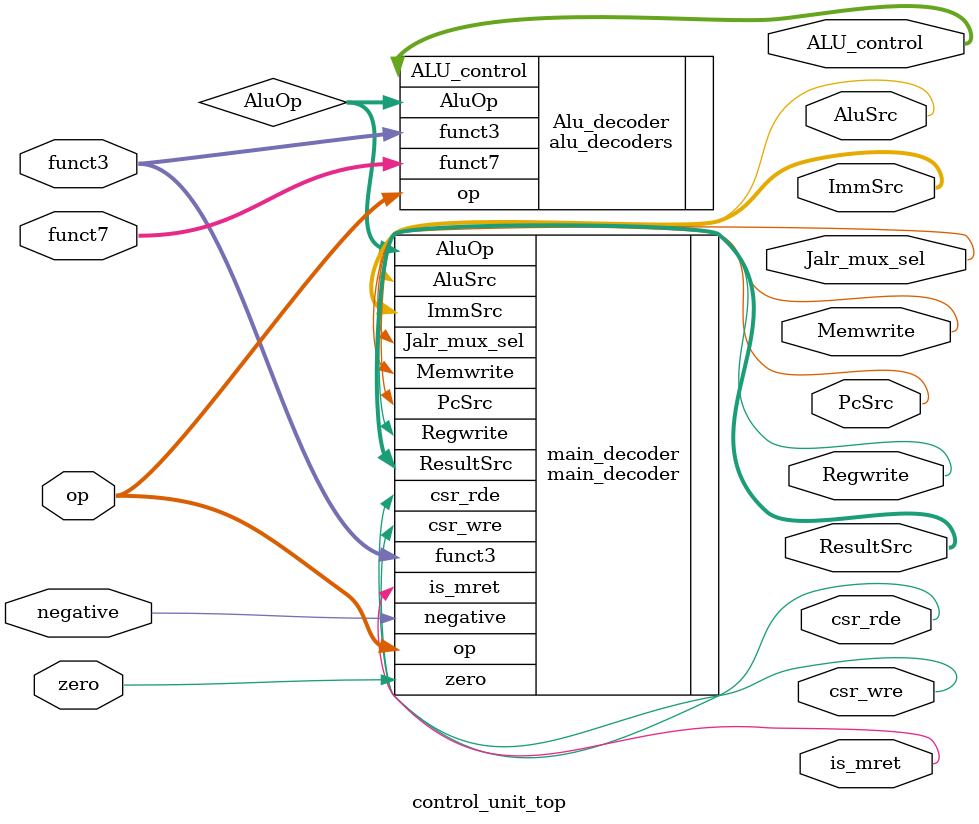
<source format=sv>


module control_unit_top(is_mret,csr_wre,csr_rde,op,negative,zero,Regwrite,Memwrite,ResultSrc,AluSrc,ImmSrc,PcSrc,funct3,funct7,ALU_control,Jalr_mux_sel);
      input [6:0]op,funct7;
      input [2:0]funct3;
      input zero,negative;
      output Regwrite,AluSrc,Memwrite,PcSrc,Jalr_mux_sel,csr_wre,csr_rde,is_mret;
      output [2:0]ALU_control,ImmSrc,ResultSrc;

      wire [1:0]AluOp;

      main_decoder main_decoder(.op(op),
                                .zero(zero),
                                .Regwrite(Regwrite),
                                .Memwrite(Memwrite),
                                .ResultSrc(ResultSrc),
                                .AluSrc(AluSrc),
                                .ImmSrc(ImmSrc),
                                .PcSrc(PcSrc),
                                .AluOp(AluOp),
                                .negative(negative),
                                .Jalr_mux_sel(Jalr_mux_sel),
                                .csr_wre(csr_wre),
                                .csr_rde(csr_rde),
                                .funct3(funct3),
                                .is_mret(is_mret));
      
      alu_decoders Alu_decoder(.AluOp(AluOp),
                              .funct3(funct3),
                              .funct7(funct7),
                              .op(op),
                              .ALU_control(ALU_control));

      


endmodule
</source>
